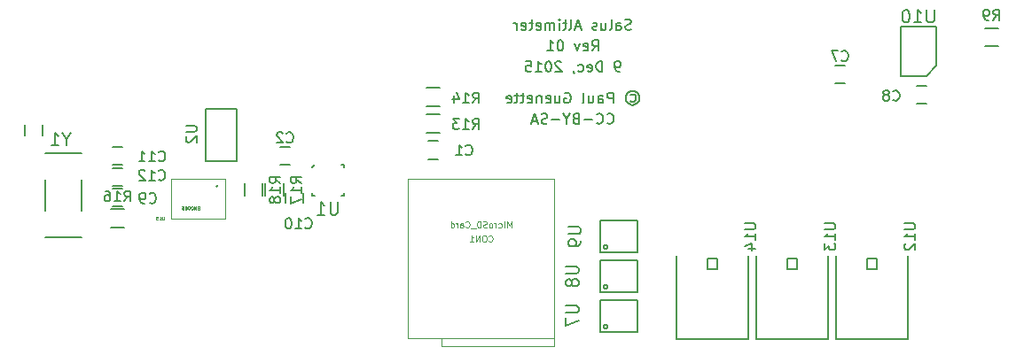
<source format=gbr>
G04 #@! TF.FileFunction,Legend,Bot*
%FSLAX46Y46*%
G04 Gerber Fmt 4.6, Leading zero omitted, Abs format (unit mm)*
G04 Created by KiCad (PCBNEW 4.0.1-stable) date 3/12/2016 5:35:57 PM*
%MOMM*%
G01*
G04 APERTURE LIST*
%ADD10C,0.100000*%
%ADD11C,0.200000*%
%ADD12C,0.150000*%
%ADD13C,0.010000*%
%ADD14C,0.010160*%
%ADD15C,0.075000*%
%ADD16C,0.124460*%
G04 APERTURE END LIST*
D10*
D11*
X135771430Y-96404762D02*
X135628573Y-96452381D01*
X135390477Y-96452381D01*
X135295239Y-96404762D01*
X135247620Y-96357143D01*
X135200001Y-96261905D01*
X135200001Y-96166667D01*
X135247620Y-96071429D01*
X135295239Y-96023810D01*
X135390477Y-95976190D01*
X135580954Y-95928571D01*
X135676192Y-95880952D01*
X135723811Y-95833333D01*
X135771430Y-95738095D01*
X135771430Y-95642857D01*
X135723811Y-95547619D01*
X135676192Y-95500000D01*
X135580954Y-95452381D01*
X135342858Y-95452381D01*
X135200001Y-95500000D01*
X134342858Y-96452381D02*
X134342858Y-95928571D01*
X134390477Y-95833333D01*
X134485715Y-95785714D01*
X134676192Y-95785714D01*
X134771430Y-95833333D01*
X134342858Y-96404762D02*
X134438096Y-96452381D01*
X134676192Y-96452381D01*
X134771430Y-96404762D01*
X134819049Y-96309524D01*
X134819049Y-96214286D01*
X134771430Y-96119048D01*
X134676192Y-96071429D01*
X134438096Y-96071429D01*
X134342858Y-96023810D01*
X133723811Y-96452381D02*
X133819049Y-96404762D01*
X133866668Y-96309524D01*
X133866668Y-95452381D01*
X132914286Y-95785714D02*
X132914286Y-96452381D01*
X133342858Y-95785714D02*
X133342858Y-96309524D01*
X133295239Y-96404762D01*
X133200001Y-96452381D01*
X133057143Y-96452381D01*
X132961905Y-96404762D01*
X132914286Y-96357143D01*
X132485715Y-96404762D02*
X132390477Y-96452381D01*
X132200001Y-96452381D01*
X132104762Y-96404762D01*
X132057143Y-96309524D01*
X132057143Y-96261905D01*
X132104762Y-96166667D01*
X132200001Y-96119048D01*
X132342858Y-96119048D01*
X132438096Y-96071429D01*
X132485715Y-95976190D01*
X132485715Y-95928571D01*
X132438096Y-95833333D01*
X132342858Y-95785714D01*
X132200001Y-95785714D01*
X132104762Y-95833333D01*
X130914286Y-96166667D02*
X130438095Y-96166667D01*
X131009524Y-96452381D02*
X130676191Y-95452381D01*
X130342857Y-96452381D01*
X129866667Y-96452381D02*
X129961905Y-96404762D01*
X130009524Y-96309524D01*
X130009524Y-95452381D01*
X129628571Y-95785714D02*
X129247619Y-95785714D01*
X129485714Y-95452381D02*
X129485714Y-96309524D01*
X129438095Y-96404762D01*
X129342857Y-96452381D01*
X129247619Y-96452381D01*
X128914285Y-96452381D02*
X128914285Y-95785714D01*
X128914285Y-95452381D02*
X128961904Y-95500000D01*
X128914285Y-95547619D01*
X128866666Y-95500000D01*
X128914285Y-95452381D01*
X128914285Y-95547619D01*
X128438095Y-96452381D02*
X128438095Y-95785714D01*
X128438095Y-95880952D02*
X128390476Y-95833333D01*
X128295238Y-95785714D01*
X128152380Y-95785714D01*
X128057142Y-95833333D01*
X128009523Y-95928571D01*
X128009523Y-96452381D01*
X128009523Y-95928571D02*
X127961904Y-95833333D01*
X127866666Y-95785714D01*
X127723809Y-95785714D01*
X127628571Y-95833333D01*
X127580952Y-95928571D01*
X127580952Y-96452381D01*
X126723809Y-96404762D02*
X126819047Y-96452381D01*
X127009524Y-96452381D01*
X127104762Y-96404762D01*
X127152381Y-96309524D01*
X127152381Y-95928571D01*
X127104762Y-95833333D01*
X127009524Y-95785714D01*
X126819047Y-95785714D01*
X126723809Y-95833333D01*
X126676190Y-95928571D01*
X126676190Y-96023810D01*
X127152381Y-96119048D01*
X126390476Y-95785714D02*
X126009524Y-95785714D01*
X126247619Y-95452381D02*
X126247619Y-96309524D01*
X126200000Y-96404762D01*
X126104762Y-96452381D01*
X126009524Y-96452381D01*
X125295237Y-96404762D02*
X125390475Y-96452381D01*
X125580952Y-96452381D01*
X125676190Y-96404762D01*
X125723809Y-96309524D01*
X125723809Y-95928571D01*
X125676190Y-95833333D01*
X125580952Y-95785714D01*
X125390475Y-95785714D01*
X125295237Y-95833333D01*
X125247618Y-95928571D01*
X125247618Y-96023810D01*
X125723809Y-96119048D01*
X124819047Y-96452381D02*
X124819047Y-95785714D01*
X124819047Y-95976190D02*
X124771428Y-95880952D01*
X124723809Y-95833333D01*
X124628571Y-95785714D01*
X124533332Y-95785714D01*
X133461904Y-105357143D02*
X133509523Y-105404762D01*
X133652380Y-105452381D01*
X133747618Y-105452381D01*
X133890476Y-105404762D01*
X133985714Y-105309524D01*
X134033333Y-105214286D01*
X134080952Y-105023810D01*
X134080952Y-104880952D01*
X134033333Y-104690476D01*
X133985714Y-104595238D01*
X133890476Y-104500000D01*
X133747618Y-104452381D01*
X133652380Y-104452381D01*
X133509523Y-104500000D01*
X133461904Y-104547619D01*
X132461904Y-105357143D02*
X132509523Y-105404762D01*
X132652380Y-105452381D01*
X132747618Y-105452381D01*
X132890476Y-105404762D01*
X132985714Y-105309524D01*
X133033333Y-105214286D01*
X133080952Y-105023810D01*
X133080952Y-104880952D01*
X133033333Y-104690476D01*
X132985714Y-104595238D01*
X132890476Y-104500000D01*
X132747618Y-104452381D01*
X132652380Y-104452381D01*
X132509523Y-104500000D01*
X132461904Y-104547619D01*
X132033333Y-105071429D02*
X131271428Y-105071429D01*
X130461904Y-104928571D02*
X130319047Y-104976190D01*
X130271428Y-105023810D01*
X130223809Y-105119048D01*
X130223809Y-105261905D01*
X130271428Y-105357143D01*
X130319047Y-105404762D01*
X130414285Y-105452381D01*
X130795238Y-105452381D01*
X130795238Y-104452381D01*
X130461904Y-104452381D01*
X130366666Y-104500000D01*
X130319047Y-104547619D01*
X130271428Y-104642857D01*
X130271428Y-104738095D01*
X130319047Y-104833333D01*
X130366666Y-104880952D01*
X130461904Y-104928571D01*
X130795238Y-104928571D01*
X129604762Y-104976190D02*
X129604762Y-105452381D01*
X129938095Y-104452381D02*
X129604762Y-104976190D01*
X129271428Y-104452381D01*
X128938095Y-105071429D02*
X128176190Y-105071429D01*
X127747619Y-105404762D02*
X127604762Y-105452381D01*
X127366666Y-105452381D01*
X127271428Y-105404762D01*
X127223809Y-105357143D01*
X127176190Y-105261905D01*
X127176190Y-105166667D01*
X127223809Y-105071429D01*
X127271428Y-105023810D01*
X127366666Y-104976190D01*
X127557143Y-104928571D01*
X127652381Y-104880952D01*
X127700000Y-104833333D01*
X127747619Y-104738095D01*
X127747619Y-104642857D01*
X127700000Y-104547619D01*
X127652381Y-104500000D01*
X127557143Y-104452381D01*
X127319047Y-104452381D01*
X127176190Y-104500000D01*
X126795238Y-105166667D02*
X126319047Y-105166667D01*
X126890476Y-105452381D02*
X126557143Y-104452381D01*
X126223809Y-105452381D01*
X135700001Y-102690476D02*
X135795239Y-102642857D01*
X135985715Y-102642857D01*
X136080953Y-102690476D01*
X136176191Y-102785714D01*
X136223810Y-102880952D01*
X136223810Y-103071429D01*
X136176191Y-103166667D01*
X136080953Y-103261905D01*
X135985715Y-103309524D01*
X135795239Y-103309524D01*
X135700001Y-103261905D01*
X135890477Y-102309524D02*
X136128572Y-102357143D01*
X136366668Y-102500000D01*
X136509525Y-102738095D01*
X136557144Y-102976190D01*
X136509525Y-103214286D01*
X136366668Y-103452381D01*
X136128572Y-103595238D01*
X135890477Y-103642857D01*
X135652382Y-103595238D01*
X135414287Y-103452381D01*
X135271430Y-103214286D01*
X135223810Y-102976190D01*
X135271430Y-102738095D01*
X135414287Y-102500000D01*
X135652382Y-102357143D01*
X135890477Y-102309524D01*
X134033334Y-103452381D02*
X134033334Y-102452381D01*
X133652381Y-102452381D01*
X133557143Y-102500000D01*
X133509524Y-102547619D01*
X133461905Y-102642857D01*
X133461905Y-102785714D01*
X133509524Y-102880952D01*
X133557143Y-102928571D01*
X133652381Y-102976190D01*
X134033334Y-102976190D01*
X132604762Y-103452381D02*
X132604762Y-102928571D01*
X132652381Y-102833333D01*
X132747619Y-102785714D01*
X132938096Y-102785714D01*
X133033334Y-102833333D01*
X132604762Y-103404762D02*
X132700000Y-103452381D01*
X132938096Y-103452381D01*
X133033334Y-103404762D01*
X133080953Y-103309524D01*
X133080953Y-103214286D01*
X133033334Y-103119048D01*
X132938096Y-103071429D01*
X132700000Y-103071429D01*
X132604762Y-103023810D01*
X131700000Y-102785714D02*
X131700000Y-103452381D01*
X132128572Y-102785714D02*
X132128572Y-103309524D01*
X132080953Y-103404762D01*
X131985715Y-103452381D01*
X131842857Y-103452381D01*
X131747619Y-103404762D01*
X131700000Y-103357143D01*
X131080953Y-103452381D02*
X131176191Y-103404762D01*
X131223810Y-103309524D01*
X131223810Y-102452381D01*
X129414285Y-102500000D02*
X129509523Y-102452381D01*
X129652380Y-102452381D01*
X129795238Y-102500000D01*
X129890476Y-102595238D01*
X129938095Y-102690476D01*
X129985714Y-102880952D01*
X129985714Y-103023810D01*
X129938095Y-103214286D01*
X129890476Y-103309524D01*
X129795238Y-103404762D01*
X129652380Y-103452381D01*
X129557142Y-103452381D01*
X129414285Y-103404762D01*
X129366666Y-103357143D01*
X129366666Y-103023810D01*
X129557142Y-103023810D01*
X128509523Y-102785714D02*
X128509523Y-103452381D01*
X128938095Y-102785714D02*
X128938095Y-103309524D01*
X128890476Y-103404762D01*
X128795238Y-103452381D01*
X128652380Y-103452381D01*
X128557142Y-103404762D01*
X128509523Y-103357143D01*
X127652380Y-103404762D02*
X127747618Y-103452381D01*
X127938095Y-103452381D01*
X128033333Y-103404762D01*
X128080952Y-103309524D01*
X128080952Y-102928571D01*
X128033333Y-102833333D01*
X127938095Y-102785714D01*
X127747618Y-102785714D01*
X127652380Y-102833333D01*
X127604761Y-102928571D01*
X127604761Y-103023810D01*
X128080952Y-103119048D01*
X127176190Y-102785714D02*
X127176190Y-103452381D01*
X127176190Y-102880952D02*
X127128571Y-102833333D01*
X127033333Y-102785714D01*
X126890475Y-102785714D01*
X126795237Y-102833333D01*
X126747618Y-102928571D01*
X126747618Y-103452381D01*
X125890475Y-103404762D02*
X125985713Y-103452381D01*
X126176190Y-103452381D01*
X126271428Y-103404762D01*
X126319047Y-103309524D01*
X126319047Y-102928571D01*
X126271428Y-102833333D01*
X126176190Y-102785714D01*
X125985713Y-102785714D01*
X125890475Y-102833333D01*
X125842856Y-102928571D01*
X125842856Y-103023810D01*
X126319047Y-103119048D01*
X125557142Y-102785714D02*
X125176190Y-102785714D01*
X125414285Y-102452381D02*
X125414285Y-103309524D01*
X125366666Y-103404762D01*
X125271428Y-103452381D01*
X125176190Y-103452381D01*
X124985713Y-102785714D02*
X124604761Y-102785714D01*
X124842856Y-102452381D02*
X124842856Y-103309524D01*
X124795237Y-103404762D01*
X124699999Y-103452381D01*
X124604761Y-103452381D01*
X123890474Y-103404762D02*
X123985712Y-103452381D01*
X124176189Y-103452381D01*
X124271427Y-103404762D01*
X124319046Y-103309524D01*
X124319046Y-102928571D01*
X124271427Y-102833333D01*
X124176189Y-102785714D01*
X123985712Y-102785714D01*
X123890474Y-102833333D01*
X123842855Y-102928571D01*
X123842855Y-103023810D01*
X124319046Y-103119048D01*
X134652381Y-100452381D02*
X134461905Y-100452381D01*
X134366666Y-100404762D01*
X134319047Y-100357143D01*
X134223809Y-100214286D01*
X134176190Y-100023810D01*
X134176190Y-99642857D01*
X134223809Y-99547619D01*
X134271428Y-99500000D01*
X134366666Y-99452381D01*
X134557143Y-99452381D01*
X134652381Y-99500000D01*
X134700000Y-99547619D01*
X134747619Y-99642857D01*
X134747619Y-99880952D01*
X134700000Y-99976190D01*
X134652381Y-100023810D01*
X134557143Y-100071429D01*
X134366666Y-100071429D01*
X134271428Y-100023810D01*
X134223809Y-99976190D01*
X134176190Y-99880952D01*
X132985714Y-100452381D02*
X132985714Y-99452381D01*
X132747619Y-99452381D01*
X132604761Y-99500000D01*
X132509523Y-99595238D01*
X132461904Y-99690476D01*
X132414285Y-99880952D01*
X132414285Y-100023810D01*
X132461904Y-100214286D01*
X132509523Y-100309524D01*
X132604761Y-100404762D01*
X132747619Y-100452381D01*
X132985714Y-100452381D01*
X131604761Y-100404762D02*
X131699999Y-100452381D01*
X131890476Y-100452381D01*
X131985714Y-100404762D01*
X132033333Y-100309524D01*
X132033333Y-99928571D01*
X131985714Y-99833333D01*
X131890476Y-99785714D01*
X131699999Y-99785714D01*
X131604761Y-99833333D01*
X131557142Y-99928571D01*
X131557142Y-100023810D01*
X132033333Y-100119048D01*
X130699999Y-100404762D02*
X130795237Y-100452381D01*
X130985714Y-100452381D01*
X131080952Y-100404762D01*
X131128571Y-100357143D01*
X131176190Y-100261905D01*
X131176190Y-99976190D01*
X131128571Y-99880952D01*
X131080952Y-99833333D01*
X130985714Y-99785714D01*
X130795237Y-99785714D01*
X130699999Y-99833333D01*
X130223809Y-100404762D02*
X130223809Y-100452381D01*
X130271428Y-100547619D01*
X130319047Y-100595238D01*
X129080952Y-99547619D02*
X129033333Y-99500000D01*
X128938095Y-99452381D01*
X128699999Y-99452381D01*
X128604761Y-99500000D01*
X128557142Y-99547619D01*
X128509523Y-99642857D01*
X128509523Y-99738095D01*
X128557142Y-99880952D01*
X129128571Y-100452381D01*
X128509523Y-100452381D01*
X127890476Y-99452381D02*
X127795237Y-99452381D01*
X127699999Y-99500000D01*
X127652380Y-99547619D01*
X127604761Y-99642857D01*
X127557142Y-99833333D01*
X127557142Y-100071429D01*
X127604761Y-100261905D01*
X127652380Y-100357143D01*
X127699999Y-100404762D01*
X127795237Y-100452381D01*
X127890476Y-100452381D01*
X127985714Y-100404762D01*
X128033333Y-100357143D01*
X128080952Y-100261905D01*
X128128571Y-100071429D01*
X128128571Y-99833333D01*
X128080952Y-99642857D01*
X128033333Y-99547619D01*
X127985714Y-99500000D01*
X127890476Y-99452381D01*
X126604761Y-100452381D02*
X127176190Y-100452381D01*
X126890476Y-100452381D02*
X126890476Y-99452381D01*
X126985714Y-99595238D01*
X127080952Y-99690476D01*
X127176190Y-99738095D01*
X125699999Y-99452381D02*
X126176190Y-99452381D01*
X126223809Y-99928571D01*
X126176190Y-99880952D01*
X126080952Y-99833333D01*
X125842856Y-99833333D01*
X125747618Y-99880952D01*
X125699999Y-99928571D01*
X125652380Y-100023810D01*
X125652380Y-100261905D01*
X125699999Y-100357143D01*
X125747618Y-100404762D01*
X125842856Y-100452381D01*
X126080952Y-100452381D01*
X126176190Y-100404762D01*
X126223809Y-100357143D01*
X132033333Y-98452381D02*
X132366667Y-97976190D01*
X132604762Y-98452381D02*
X132604762Y-97452381D01*
X132223809Y-97452381D01*
X132128571Y-97500000D01*
X132080952Y-97547619D01*
X132033333Y-97642857D01*
X132033333Y-97785714D01*
X132080952Y-97880952D01*
X132128571Y-97928571D01*
X132223809Y-97976190D01*
X132604762Y-97976190D01*
X131223809Y-98404762D02*
X131319047Y-98452381D01*
X131509524Y-98452381D01*
X131604762Y-98404762D01*
X131652381Y-98309524D01*
X131652381Y-97928571D01*
X131604762Y-97833333D01*
X131509524Y-97785714D01*
X131319047Y-97785714D01*
X131223809Y-97833333D01*
X131176190Y-97928571D01*
X131176190Y-98023810D01*
X131652381Y-98119048D01*
X130842857Y-97785714D02*
X130604762Y-98452381D01*
X130366666Y-97785714D01*
X129033333Y-97452381D02*
X128938094Y-97452381D01*
X128842856Y-97500000D01*
X128795237Y-97547619D01*
X128747618Y-97642857D01*
X128699999Y-97833333D01*
X128699999Y-98071429D01*
X128747618Y-98261905D01*
X128795237Y-98357143D01*
X128842856Y-98404762D01*
X128938094Y-98452381D01*
X129033333Y-98452381D01*
X129128571Y-98404762D01*
X129176190Y-98357143D01*
X129223809Y-98261905D01*
X129271428Y-98071429D01*
X129271428Y-97833333D01*
X129223809Y-97642857D01*
X129176190Y-97547619D01*
X129128571Y-97500000D01*
X129033333Y-97452381D01*
X127747618Y-98452381D02*
X128319047Y-98452381D01*
X128033333Y-98452381D02*
X128033333Y-97452381D01*
X128128571Y-97595238D01*
X128223809Y-97690476D01*
X128319047Y-97738095D01*
D12*
X155200000Y-99850000D02*
X156200000Y-99850000D01*
X156200000Y-101550000D02*
X155200000Y-101550000D01*
D13*
X96300000Y-111400000D02*
G75*
G03X96300000Y-111400000I-100000J0D01*
G01*
X97000000Y-110700000D02*
X91800000Y-110700000D01*
X91800000Y-110700000D02*
X91800000Y-114500000D01*
X91800000Y-114500000D02*
X97000000Y-114500000D01*
X97000000Y-114500000D02*
X97000000Y-110700000D01*
D12*
X105550000Y-109350000D02*
X105300000Y-109600000D01*
X105300000Y-112100000D02*
X105300000Y-112350000D01*
X105300000Y-112350000D02*
X105550000Y-112350000D01*
X108300000Y-109600000D02*
X108300000Y-109350000D01*
X108300000Y-109350000D02*
X108050000Y-109350000D01*
X108300000Y-112100000D02*
X108300000Y-112350000D01*
X108300000Y-112350000D02*
X108050000Y-112350000D01*
X98104000Y-109043000D02*
X98104000Y-104043000D01*
X95104000Y-109043000D02*
X98104000Y-109043000D01*
X95104000Y-104043000D02*
X95104000Y-109043000D01*
X98104000Y-104043000D02*
X95104000Y-104043000D01*
X132820000Y-125325000D02*
X136370000Y-125325000D01*
X132820000Y-122325000D02*
X132820000Y-125325000D01*
X136370000Y-122325000D02*
X132820000Y-122325000D01*
X136370000Y-125325000D02*
X136370000Y-122325000D01*
X133520000Y-124825000D02*
G75*
G03X133520000Y-124825000I-200000J0D01*
G01*
X132820000Y-121515000D02*
X136370000Y-121515000D01*
X132820000Y-118515000D02*
X132820000Y-121515000D01*
X136370000Y-118515000D02*
X132820000Y-118515000D01*
X136370000Y-121515000D02*
X136370000Y-118515000D01*
X133520000Y-121015000D02*
G75*
G03X133520000Y-121015000I-200000J0D01*
G01*
X132820000Y-117705000D02*
X136370000Y-117705000D01*
X132820000Y-114705000D02*
X132820000Y-117705000D01*
X136370000Y-114705000D02*
X132820000Y-114705000D01*
X136370000Y-117705000D02*
X136370000Y-114705000D01*
X133520000Y-117205000D02*
G75*
G03X133520000Y-117205000I-200000J0D01*
G01*
X164920000Y-99900000D02*
X163920000Y-100900000D01*
X163920000Y-100900000D02*
X161470000Y-100900000D01*
X161470000Y-100900000D02*
X161470000Y-96100000D01*
X161470000Y-96100000D02*
X164920000Y-96100000D01*
X164920000Y-96100000D02*
X164920000Y-99900000D01*
X83280000Y-116268000D02*
X79780000Y-116268000D01*
X83280000Y-110768000D02*
X83280000Y-113768000D01*
X79780000Y-108268000D02*
X83280000Y-108268000D01*
X79780000Y-110768000D02*
X79780000Y-113768000D01*
X117340000Y-108800000D02*
X116340000Y-108800000D01*
X116340000Y-107100000D02*
X117340000Y-107100000D01*
X102200000Y-107650000D02*
X103200000Y-107650000D01*
X103200000Y-109350000D02*
X102200000Y-109350000D01*
X164000000Y-103550000D02*
X163000000Y-103550000D01*
X163000000Y-101850000D02*
X164000000Y-101850000D01*
X87200000Y-113350000D02*
X86200000Y-113350000D01*
X86200000Y-111650000D02*
X87200000Y-111650000D01*
X102750000Y-113022000D02*
X102750000Y-112022000D01*
X104450000Y-112022000D02*
X104450000Y-113022000D01*
X87200000Y-109350000D02*
X86200000Y-109350000D01*
X86200000Y-107650000D02*
X87200000Y-107650000D01*
X87200000Y-111350000D02*
X86200000Y-111350000D01*
X86200000Y-109650000D02*
X87200000Y-109650000D01*
X77890000Y-106545000D02*
X77890000Y-105545000D01*
X79590000Y-105545000D02*
X79590000Y-106545000D01*
X169580000Y-98030000D02*
X170780000Y-98030000D01*
X170780000Y-96280000D02*
X169580000Y-96280000D01*
X117440000Y-101995000D02*
X116240000Y-101995000D01*
X116240000Y-103745000D02*
X117440000Y-103745000D01*
X116240000Y-106285000D02*
X117440000Y-106285000D01*
X117440000Y-104535000D02*
X116240000Y-104535000D01*
X86100000Y-115375000D02*
X87300000Y-115375000D01*
X87300000Y-113625000D02*
X86100000Y-113625000D01*
X100825000Y-111150000D02*
X100825000Y-112350000D01*
X102575000Y-112350000D02*
X102575000Y-111150000D01*
X98825000Y-111150000D02*
X98825000Y-112350000D01*
X100575000Y-112350000D02*
X100575000Y-111150000D01*
X150630000Y-118305000D02*
X150630000Y-119305000D01*
X151630000Y-118305000D02*
X150630000Y-118305000D01*
X151630000Y-119305000D02*
X151630000Y-118305000D01*
X150630000Y-119305000D02*
X151630000Y-119305000D01*
X154559000Y-124175000D02*
X154559000Y-118079000D01*
X147701000Y-118079000D02*
X147701000Y-125953000D01*
X147701000Y-126055000D02*
X154559000Y-126055000D01*
X154559000Y-125953000D02*
X154559000Y-124175000D01*
X158250000Y-118305000D02*
X158250000Y-119305000D01*
X159250000Y-118305000D02*
X158250000Y-118305000D01*
X159250000Y-119305000D02*
X159250000Y-118305000D01*
X158250000Y-119305000D02*
X159250000Y-119305000D01*
X162179000Y-124175000D02*
X162179000Y-118079000D01*
X155321000Y-118079000D02*
X155321000Y-125953000D01*
X155321000Y-126055000D02*
X162179000Y-126055000D01*
X162179000Y-125953000D02*
X162179000Y-124175000D01*
X143010000Y-118305000D02*
X143010000Y-119305000D01*
X144010000Y-118305000D02*
X143010000Y-118305000D01*
X144010000Y-119305000D02*
X144010000Y-118305000D01*
X143010000Y-119305000D02*
X144010000Y-119305000D01*
X146939000Y-124175000D02*
X146939000Y-118079000D01*
X140081000Y-118079000D02*
X140081000Y-125953000D01*
X140081000Y-126055000D02*
X146939000Y-126055000D01*
X146939000Y-125953000D02*
X146939000Y-124175000D01*
D14*
X117640000Y-125940000D02*
X117640000Y-126740000D01*
X117640000Y-126740000D02*
X128440000Y-126740000D01*
X128440000Y-126740000D02*
X128440000Y-125940000D01*
X114440000Y-110740000D02*
X114440000Y-125940000D01*
X114440000Y-125940000D02*
X128440000Y-125940000D01*
X128440000Y-125940000D02*
X128440000Y-110740000D01*
X128440000Y-110740000D02*
X114440000Y-110740000D01*
D12*
X155866666Y-99357143D02*
X155914285Y-99404762D01*
X156057142Y-99452381D01*
X156152380Y-99452381D01*
X156295238Y-99404762D01*
X156390476Y-99309524D01*
X156438095Y-99214286D01*
X156485714Y-99023810D01*
X156485714Y-98880952D01*
X156438095Y-98690476D01*
X156390476Y-98595238D01*
X156295238Y-98500000D01*
X156152380Y-98452381D01*
X156057142Y-98452381D01*
X155914285Y-98500000D01*
X155866666Y-98547619D01*
X155533333Y-98452381D02*
X154866666Y-98452381D01*
X155295238Y-99452381D01*
D15*
X91161428Y-114318214D02*
X91161428Y-114561071D01*
X91147143Y-114589643D01*
X91132857Y-114603929D01*
X91104286Y-114618214D01*
X91047143Y-114618214D01*
X91018571Y-114603929D01*
X91004286Y-114589643D01*
X90990000Y-114561071D01*
X90990000Y-114318214D01*
X90690000Y-114618214D02*
X90861428Y-114618214D01*
X90775714Y-114618214D02*
X90775714Y-114318214D01*
X90804285Y-114361071D01*
X90832857Y-114389643D01*
X90861428Y-114403929D01*
X90418571Y-114318214D02*
X90561428Y-114318214D01*
X90575714Y-114461071D01*
X90561428Y-114446786D01*
X90532857Y-114432500D01*
X90461428Y-114432500D01*
X90432857Y-114446786D01*
X90418571Y-114461071D01*
X90404286Y-114489643D01*
X90404286Y-114561071D01*
X90418571Y-114589643D01*
X90432857Y-114603929D01*
X90461428Y-114618214D01*
X90532857Y-114618214D01*
X90561428Y-114603929D01*
X90575714Y-114589643D01*
X94421428Y-113478571D02*
X94378571Y-113492857D01*
X94364286Y-113507143D01*
X94350000Y-113535714D01*
X94350000Y-113578571D01*
X94364286Y-113607143D01*
X94378571Y-113621429D01*
X94407143Y-113635714D01*
X94521428Y-113635714D01*
X94521428Y-113335714D01*
X94421428Y-113335714D01*
X94392857Y-113350000D01*
X94378571Y-113364286D01*
X94364286Y-113392857D01*
X94364286Y-113421429D01*
X94378571Y-113450000D01*
X94392857Y-113464286D01*
X94421428Y-113478571D01*
X94521428Y-113478571D01*
X94221428Y-113635714D02*
X94221428Y-113335714D01*
X94050000Y-113635714D01*
X94050000Y-113335714D01*
X93850000Y-113335714D02*
X93792857Y-113335714D01*
X93764285Y-113350000D01*
X93735714Y-113378571D01*
X93721428Y-113435714D01*
X93721428Y-113535714D01*
X93735714Y-113592857D01*
X93764285Y-113621429D01*
X93792857Y-113635714D01*
X93850000Y-113635714D01*
X93878571Y-113621429D01*
X93907142Y-113592857D01*
X93921428Y-113535714D01*
X93921428Y-113435714D01*
X93907142Y-113378571D01*
X93878571Y-113350000D01*
X93850000Y-113335714D01*
X93535714Y-113335714D02*
X93507142Y-113335714D01*
X93478571Y-113350000D01*
X93464285Y-113364286D01*
X93449999Y-113392857D01*
X93435714Y-113450000D01*
X93435714Y-113521429D01*
X93449999Y-113578571D01*
X93464285Y-113607143D01*
X93478571Y-113621429D01*
X93507142Y-113635714D01*
X93535714Y-113635714D01*
X93564285Y-113621429D01*
X93578571Y-113607143D01*
X93592856Y-113578571D01*
X93607142Y-113521429D01*
X93607142Y-113450000D01*
X93592856Y-113392857D01*
X93578571Y-113364286D01*
X93564285Y-113350000D01*
X93535714Y-113335714D01*
X93164285Y-113335714D02*
X93307142Y-113335714D01*
X93321428Y-113478571D01*
X93307142Y-113464286D01*
X93278571Y-113450000D01*
X93207142Y-113450000D01*
X93178571Y-113464286D01*
X93164285Y-113478571D01*
X93150000Y-113507143D01*
X93150000Y-113578571D01*
X93164285Y-113607143D01*
X93178571Y-113621429D01*
X93207142Y-113635714D01*
X93278571Y-113635714D01*
X93307142Y-113621429D01*
X93321428Y-113607143D01*
X92878571Y-113335714D02*
X93021428Y-113335714D01*
X93035714Y-113478571D01*
X93021428Y-113464286D01*
X92992857Y-113450000D01*
X92921428Y-113450000D01*
X92892857Y-113464286D01*
X92878571Y-113478571D01*
X92864286Y-113507143D01*
X92864286Y-113578571D01*
X92878571Y-113607143D01*
X92892857Y-113621429D01*
X92921428Y-113635714D01*
X92992857Y-113635714D01*
X93021428Y-113621429D01*
X93035714Y-113607143D01*
D12*
X107714286Y-112942857D02*
X107714286Y-113914286D01*
X107657143Y-114028571D01*
X107600000Y-114085714D01*
X107485714Y-114142857D01*
X107257143Y-114142857D01*
X107142857Y-114085714D01*
X107085714Y-114028571D01*
X107028571Y-113914286D01*
X107028571Y-112942857D01*
X105828571Y-114142857D02*
X106514286Y-114142857D01*
X106171428Y-114142857D02*
X106171428Y-112942857D01*
X106285714Y-113114286D01*
X106400000Y-113228571D01*
X106514286Y-113285714D01*
X93252381Y-105638095D02*
X94061905Y-105638095D01*
X94157143Y-105685714D01*
X94204762Y-105733333D01*
X94252381Y-105828571D01*
X94252381Y-106019048D01*
X94204762Y-106114286D01*
X94157143Y-106161905D01*
X94061905Y-106209524D01*
X93252381Y-106209524D01*
X93347619Y-106638095D02*
X93300000Y-106685714D01*
X93252381Y-106780952D01*
X93252381Y-107019048D01*
X93300000Y-107114286D01*
X93347619Y-107161905D01*
X93442857Y-107209524D01*
X93538095Y-107209524D01*
X93680952Y-107161905D01*
X94252381Y-106590476D01*
X94252381Y-107209524D01*
X129542857Y-122835714D02*
X130514286Y-122835714D01*
X130628571Y-122892857D01*
X130685714Y-122950000D01*
X130742857Y-123064286D01*
X130742857Y-123292857D01*
X130685714Y-123407143D01*
X130628571Y-123464286D01*
X130514286Y-123521429D01*
X129542857Y-123521429D01*
X129542857Y-123978572D02*
X129542857Y-124778572D01*
X130742857Y-124264286D01*
X129542857Y-119085714D02*
X130514286Y-119085714D01*
X130628571Y-119142857D01*
X130685714Y-119200000D01*
X130742857Y-119314286D01*
X130742857Y-119542857D01*
X130685714Y-119657143D01*
X130628571Y-119714286D01*
X130514286Y-119771429D01*
X129542857Y-119771429D01*
X130057143Y-120514286D02*
X130000000Y-120400000D01*
X129942857Y-120342857D01*
X129828571Y-120285714D01*
X129771429Y-120285714D01*
X129657143Y-120342857D01*
X129600000Y-120400000D01*
X129542857Y-120514286D01*
X129542857Y-120742857D01*
X129600000Y-120857143D01*
X129657143Y-120914286D01*
X129771429Y-120971429D01*
X129828571Y-120971429D01*
X129942857Y-120914286D01*
X130000000Y-120857143D01*
X130057143Y-120742857D01*
X130057143Y-120514286D01*
X130114286Y-120400000D01*
X130171429Y-120342857D01*
X130285714Y-120285714D01*
X130514286Y-120285714D01*
X130628571Y-120342857D01*
X130685714Y-120400000D01*
X130742857Y-120514286D01*
X130742857Y-120742857D01*
X130685714Y-120857143D01*
X130628571Y-120914286D01*
X130514286Y-120971429D01*
X130285714Y-120971429D01*
X130171429Y-120914286D01*
X130114286Y-120857143D01*
X130057143Y-120742857D01*
X129742857Y-115285714D02*
X130714286Y-115285714D01*
X130828571Y-115342857D01*
X130885714Y-115400000D01*
X130942857Y-115514286D01*
X130942857Y-115742857D01*
X130885714Y-115857143D01*
X130828571Y-115914286D01*
X130714286Y-115971429D01*
X129742857Y-115971429D01*
X130942857Y-116600000D02*
X130942857Y-116828572D01*
X130885714Y-116942857D01*
X130828571Y-117000000D01*
X130657143Y-117114286D01*
X130428571Y-117171429D01*
X129971429Y-117171429D01*
X129857143Y-117114286D01*
X129800000Y-117057143D01*
X129742857Y-116942857D01*
X129742857Y-116714286D01*
X129800000Y-116600000D01*
X129857143Y-116542857D01*
X129971429Y-116485714D01*
X130257143Y-116485714D01*
X130371429Y-116542857D01*
X130428571Y-116600000D01*
X130485714Y-116714286D01*
X130485714Y-116942857D01*
X130428571Y-117057143D01*
X130371429Y-117114286D01*
X130257143Y-117171429D01*
X164685714Y-94542857D02*
X164685714Y-95514286D01*
X164628571Y-95628571D01*
X164571428Y-95685714D01*
X164457142Y-95742857D01*
X164228571Y-95742857D01*
X164114285Y-95685714D01*
X164057142Y-95628571D01*
X163999999Y-95514286D01*
X163999999Y-94542857D01*
X162799999Y-95742857D02*
X163485714Y-95742857D01*
X163142856Y-95742857D02*
X163142856Y-94542857D01*
X163257142Y-94714286D01*
X163371428Y-94828571D01*
X163485714Y-94885714D01*
X162057142Y-94542857D02*
X161942857Y-94542857D01*
X161828571Y-94600000D01*
X161771428Y-94657143D01*
X161714285Y-94771429D01*
X161657142Y-95000000D01*
X161657142Y-95285714D01*
X161714285Y-95514286D01*
X161771428Y-95628571D01*
X161828571Y-95685714D01*
X161942857Y-95742857D01*
X162057142Y-95742857D01*
X162171428Y-95685714D01*
X162228571Y-95628571D01*
X162285714Y-95514286D01*
X162342857Y-95285714D01*
X162342857Y-95000000D01*
X162285714Y-94771429D01*
X162228571Y-94657143D01*
X162171428Y-94600000D01*
X162057142Y-94542857D01*
X81851428Y-106889429D02*
X81851428Y-107460857D01*
X82251428Y-106260857D02*
X81851428Y-106889429D01*
X81451428Y-106260857D01*
X80422857Y-107460857D02*
X81108572Y-107460857D01*
X80765714Y-107460857D02*
X80765714Y-106260857D01*
X80880000Y-106432286D01*
X80994286Y-106546571D01*
X81108572Y-106603714D01*
X119966666Y-108357143D02*
X120014285Y-108404762D01*
X120157142Y-108452381D01*
X120252380Y-108452381D01*
X120395238Y-108404762D01*
X120490476Y-108309524D01*
X120538095Y-108214286D01*
X120585714Y-108023810D01*
X120585714Y-107880952D01*
X120538095Y-107690476D01*
X120490476Y-107595238D01*
X120395238Y-107500000D01*
X120252380Y-107452381D01*
X120157142Y-107452381D01*
X120014285Y-107500000D01*
X119966666Y-107547619D01*
X119014285Y-108452381D02*
X119585714Y-108452381D01*
X119300000Y-108452381D02*
X119300000Y-107452381D01*
X119395238Y-107595238D01*
X119490476Y-107690476D01*
X119585714Y-107738095D01*
X102866666Y-107157143D02*
X102914285Y-107204762D01*
X103057142Y-107252381D01*
X103152380Y-107252381D01*
X103295238Y-107204762D01*
X103390476Y-107109524D01*
X103438095Y-107014286D01*
X103485714Y-106823810D01*
X103485714Y-106680952D01*
X103438095Y-106490476D01*
X103390476Y-106395238D01*
X103295238Y-106300000D01*
X103152380Y-106252381D01*
X103057142Y-106252381D01*
X102914285Y-106300000D01*
X102866666Y-106347619D01*
X102485714Y-106347619D02*
X102438095Y-106300000D01*
X102342857Y-106252381D01*
X102104761Y-106252381D01*
X102009523Y-106300000D01*
X101961904Y-106347619D01*
X101914285Y-106442857D01*
X101914285Y-106538095D01*
X101961904Y-106680952D01*
X102533333Y-107252381D01*
X101914285Y-107252381D01*
X160766666Y-103157143D02*
X160814285Y-103204762D01*
X160957142Y-103252381D01*
X161052380Y-103252381D01*
X161195238Y-103204762D01*
X161290476Y-103109524D01*
X161338095Y-103014286D01*
X161385714Y-102823810D01*
X161385714Y-102680952D01*
X161338095Y-102490476D01*
X161290476Y-102395238D01*
X161195238Y-102300000D01*
X161052380Y-102252381D01*
X160957142Y-102252381D01*
X160814285Y-102300000D01*
X160766666Y-102347619D01*
X160195238Y-102680952D02*
X160290476Y-102633333D01*
X160338095Y-102585714D01*
X160385714Y-102490476D01*
X160385714Y-102442857D01*
X160338095Y-102347619D01*
X160290476Y-102300000D01*
X160195238Y-102252381D01*
X160004761Y-102252381D01*
X159909523Y-102300000D01*
X159861904Y-102347619D01*
X159814285Y-102442857D01*
X159814285Y-102490476D01*
X159861904Y-102585714D01*
X159909523Y-102633333D01*
X160004761Y-102680952D01*
X160195238Y-102680952D01*
X160290476Y-102728571D01*
X160338095Y-102776190D01*
X160385714Y-102871429D01*
X160385714Y-103061905D01*
X160338095Y-103157143D01*
X160290476Y-103204762D01*
X160195238Y-103252381D01*
X160004761Y-103252381D01*
X159909523Y-103204762D01*
X159861904Y-103157143D01*
X159814285Y-103061905D01*
X159814285Y-102871429D01*
X159861904Y-102776190D01*
X159909523Y-102728571D01*
X160004761Y-102680952D01*
X89766666Y-112957143D02*
X89814285Y-113004762D01*
X89957142Y-113052381D01*
X90052380Y-113052381D01*
X90195238Y-113004762D01*
X90290476Y-112909524D01*
X90338095Y-112814286D01*
X90385714Y-112623810D01*
X90385714Y-112480952D01*
X90338095Y-112290476D01*
X90290476Y-112195238D01*
X90195238Y-112100000D01*
X90052380Y-112052381D01*
X89957142Y-112052381D01*
X89814285Y-112100000D01*
X89766666Y-112147619D01*
X89290476Y-113052381D02*
X89100000Y-113052381D01*
X89004761Y-113004762D01*
X88957142Y-112957143D01*
X88861904Y-112814286D01*
X88814285Y-112623810D01*
X88814285Y-112242857D01*
X88861904Y-112147619D01*
X88909523Y-112100000D01*
X89004761Y-112052381D01*
X89195238Y-112052381D01*
X89290476Y-112100000D01*
X89338095Y-112147619D01*
X89385714Y-112242857D01*
X89385714Y-112480952D01*
X89338095Y-112576190D01*
X89290476Y-112623810D01*
X89195238Y-112671429D01*
X89004761Y-112671429D01*
X88909523Y-112623810D01*
X88861904Y-112576190D01*
X88814285Y-112480952D01*
X104642857Y-115357143D02*
X104690476Y-115404762D01*
X104833333Y-115452381D01*
X104928571Y-115452381D01*
X105071429Y-115404762D01*
X105166667Y-115309524D01*
X105214286Y-115214286D01*
X105261905Y-115023810D01*
X105261905Y-114880952D01*
X105214286Y-114690476D01*
X105166667Y-114595238D01*
X105071429Y-114500000D01*
X104928571Y-114452381D01*
X104833333Y-114452381D01*
X104690476Y-114500000D01*
X104642857Y-114547619D01*
X103690476Y-115452381D02*
X104261905Y-115452381D01*
X103976191Y-115452381D02*
X103976191Y-114452381D01*
X104071429Y-114595238D01*
X104166667Y-114690476D01*
X104261905Y-114738095D01*
X103071429Y-114452381D02*
X102976190Y-114452381D01*
X102880952Y-114500000D01*
X102833333Y-114547619D01*
X102785714Y-114642857D01*
X102738095Y-114833333D01*
X102738095Y-115071429D01*
X102785714Y-115261905D01*
X102833333Y-115357143D01*
X102880952Y-115404762D01*
X102976190Y-115452381D01*
X103071429Y-115452381D01*
X103166667Y-115404762D01*
X103214286Y-115357143D01*
X103261905Y-115261905D01*
X103309524Y-115071429D01*
X103309524Y-114833333D01*
X103261905Y-114642857D01*
X103214286Y-114547619D01*
X103166667Y-114500000D01*
X103071429Y-114452381D01*
X90642857Y-108957143D02*
X90690476Y-109004762D01*
X90833333Y-109052381D01*
X90928571Y-109052381D01*
X91071429Y-109004762D01*
X91166667Y-108909524D01*
X91214286Y-108814286D01*
X91261905Y-108623810D01*
X91261905Y-108480952D01*
X91214286Y-108290476D01*
X91166667Y-108195238D01*
X91071429Y-108100000D01*
X90928571Y-108052381D01*
X90833333Y-108052381D01*
X90690476Y-108100000D01*
X90642857Y-108147619D01*
X89690476Y-109052381D02*
X90261905Y-109052381D01*
X89976191Y-109052381D02*
X89976191Y-108052381D01*
X90071429Y-108195238D01*
X90166667Y-108290476D01*
X90261905Y-108338095D01*
X88738095Y-109052381D02*
X89309524Y-109052381D01*
X89023810Y-109052381D02*
X89023810Y-108052381D01*
X89119048Y-108195238D01*
X89214286Y-108290476D01*
X89309524Y-108338095D01*
X90642857Y-110757143D02*
X90690476Y-110804762D01*
X90833333Y-110852381D01*
X90928571Y-110852381D01*
X91071429Y-110804762D01*
X91166667Y-110709524D01*
X91214286Y-110614286D01*
X91261905Y-110423810D01*
X91261905Y-110280952D01*
X91214286Y-110090476D01*
X91166667Y-109995238D01*
X91071429Y-109900000D01*
X90928571Y-109852381D01*
X90833333Y-109852381D01*
X90690476Y-109900000D01*
X90642857Y-109947619D01*
X89690476Y-110852381D02*
X90261905Y-110852381D01*
X89976191Y-110852381D02*
X89976191Y-109852381D01*
X90071429Y-109995238D01*
X90166667Y-110090476D01*
X90261905Y-110138095D01*
X89309524Y-109947619D02*
X89261905Y-109900000D01*
X89166667Y-109852381D01*
X88928571Y-109852381D01*
X88833333Y-109900000D01*
X88785714Y-109947619D01*
X88738095Y-110042857D01*
X88738095Y-110138095D01*
X88785714Y-110280952D01*
X89357143Y-110852381D01*
X88738095Y-110852381D01*
X170346666Y-95507381D02*
X170680000Y-95031190D01*
X170918095Y-95507381D02*
X170918095Y-94507381D01*
X170537142Y-94507381D01*
X170441904Y-94555000D01*
X170394285Y-94602619D01*
X170346666Y-94697857D01*
X170346666Y-94840714D01*
X170394285Y-94935952D01*
X170441904Y-94983571D01*
X170537142Y-95031190D01*
X170918095Y-95031190D01*
X169870476Y-95507381D02*
X169680000Y-95507381D01*
X169584761Y-95459762D01*
X169537142Y-95412143D01*
X169441904Y-95269286D01*
X169394285Y-95078810D01*
X169394285Y-94697857D01*
X169441904Y-94602619D01*
X169489523Y-94555000D01*
X169584761Y-94507381D01*
X169775238Y-94507381D01*
X169870476Y-94555000D01*
X169918095Y-94602619D01*
X169965714Y-94697857D01*
X169965714Y-94935952D01*
X169918095Y-95031190D01*
X169870476Y-95078810D01*
X169775238Y-95126429D01*
X169584761Y-95126429D01*
X169489523Y-95078810D01*
X169441904Y-95031190D01*
X169394285Y-94935952D01*
X120642857Y-105952381D02*
X120976191Y-105476190D01*
X121214286Y-105952381D02*
X121214286Y-104952381D01*
X120833333Y-104952381D01*
X120738095Y-105000000D01*
X120690476Y-105047619D01*
X120642857Y-105142857D01*
X120642857Y-105285714D01*
X120690476Y-105380952D01*
X120738095Y-105428571D01*
X120833333Y-105476190D01*
X121214286Y-105476190D01*
X119690476Y-105952381D02*
X120261905Y-105952381D01*
X119976191Y-105952381D02*
X119976191Y-104952381D01*
X120071429Y-105095238D01*
X120166667Y-105190476D01*
X120261905Y-105238095D01*
X119357143Y-104952381D02*
X118738095Y-104952381D01*
X119071429Y-105333333D01*
X118928571Y-105333333D01*
X118833333Y-105380952D01*
X118785714Y-105428571D01*
X118738095Y-105523810D01*
X118738095Y-105761905D01*
X118785714Y-105857143D01*
X118833333Y-105904762D01*
X118928571Y-105952381D01*
X119214286Y-105952381D01*
X119309524Y-105904762D01*
X119357143Y-105857143D01*
X120642857Y-103452381D02*
X120976191Y-102976190D01*
X121214286Y-103452381D02*
X121214286Y-102452381D01*
X120833333Y-102452381D01*
X120738095Y-102500000D01*
X120690476Y-102547619D01*
X120642857Y-102642857D01*
X120642857Y-102785714D01*
X120690476Y-102880952D01*
X120738095Y-102928571D01*
X120833333Y-102976190D01*
X121214286Y-102976190D01*
X119690476Y-103452381D02*
X120261905Y-103452381D01*
X119976191Y-103452381D02*
X119976191Y-102452381D01*
X120071429Y-102595238D01*
X120166667Y-102690476D01*
X120261905Y-102738095D01*
X118833333Y-102785714D02*
X118833333Y-103452381D01*
X119071429Y-102404762D02*
X119309524Y-103119048D01*
X118690476Y-103119048D01*
X87342857Y-112852381D02*
X87676191Y-112376190D01*
X87914286Y-112852381D02*
X87914286Y-111852381D01*
X87533333Y-111852381D01*
X87438095Y-111900000D01*
X87390476Y-111947619D01*
X87342857Y-112042857D01*
X87342857Y-112185714D01*
X87390476Y-112280952D01*
X87438095Y-112328571D01*
X87533333Y-112376190D01*
X87914286Y-112376190D01*
X86390476Y-112852381D02*
X86961905Y-112852381D01*
X86676191Y-112852381D02*
X86676191Y-111852381D01*
X86771429Y-111995238D01*
X86866667Y-112090476D01*
X86961905Y-112138095D01*
X85533333Y-111852381D02*
X85723810Y-111852381D01*
X85819048Y-111900000D01*
X85866667Y-111947619D01*
X85961905Y-112090476D01*
X86009524Y-112280952D01*
X86009524Y-112661905D01*
X85961905Y-112757143D01*
X85914286Y-112804762D01*
X85819048Y-112852381D01*
X85628571Y-112852381D01*
X85533333Y-112804762D01*
X85485714Y-112757143D01*
X85438095Y-112661905D01*
X85438095Y-112423810D01*
X85485714Y-112328571D01*
X85533333Y-112280952D01*
X85628571Y-112233333D01*
X85819048Y-112233333D01*
X85914286Y-112280952D01*
X85961905Y-112328571D01*
X86009524Y-112423810D01*
X104252381Y-111107143D02*
X103776190Y-110773809D01*
X104252381Y-110535714D02*
X103252381Y-110535714D01*
X103252381Y-110916667D01*
X103300000Y-111011905D01*
X103347619Y-111059524D01*
X103442857Y-111107143D01*
X103585714Y-111107143D01*
X103680952Y-111059524D01*
X103728571Y-111011905D01*
X103776190Y-110916667D01*
X103776190Y-110535714D01*
X104252381Y-112059524D02*
X104252381Y-111488095D01*
X104252381Y-111773809D02*
X103252381Y-111773809D01*
X103395238Y-111678571D01*
X103490476Y-111583333D01*
X103538095Y-111488095D01*
X103252381Y-112392857D02*
X103252381Y-113059524D01*
X104252381Y-112630952D01*
X102252381Y-111107143D02*
X101776190Y-110773809D01*
X102252381Y-110535714D02*
X101252381Y-110535714D01*
X101252381Y-110916667D01*
X101300000Y-111011905D01*
X101347619Y-111059524D01*
X101442857Y-111107143D01*
X101585714Y-111107143D01*
X101680952Y-111059524D01*
X101728571Y-111011905D01*
X101776190Y-110916667D01*
X101776190Y-110535714D01*
X102252381Y-112059524D02*
X102252381Y-111488095D01*
X102252381Y-111773809D02*
X101252381Y-111773809D01*
X101395238Y-111678571D01*
X101490476Y-111583333D01*
X101538095Y-111488095D01*
X101680952Y-112630952D02*
X101633333Y-112535714D01*
X101585714Y-112488095D01*
X101490476Y-112440476D01*
X101442857Y-112440476D01*
X101347619Y-112488095D01*
X101300000Y-112535714D01*
X101252381Y-112630952D01*
X101252381Y-112821429D01*
X101300000Y-112916667D01*
X101347619Y-112964286D01*
X101442857Y-113011905D01*
X101490476Y-113011905D01*
X101585714Y-112964286D01*
X101633333Y-112916667D01*
X101680952Y-112821429D01*
X101680952Y-112630952D01*
X101728571Y-112535714D01*
X101776190Y-112488095D01*
X101871429Y-112440476D01*
X102061905Y-112440476D01*
X102157143Y-112488095D01*
X102204762Y-112535714D01*
X102252381Y-112630952D01*
X102252381Y-112821429D01*
X102204762Y-112916667D01*
X102157143Y-112964286D01*
X102061905Y-113011905D01*
X101871429Y-113011905D01*
X101776190Y-112964286D01*
X101728571Y-112916667D01*
X101680952Y-112821429D01*
X154252381Y-114961905D02*
X155061905Y-114961905D01*
X155157143Y-115009524D01*
X155204762Y-115057143D01*
X155252381Y-115152381D01*
X155252381Y-115342858D01*
X155204762Y-115438096D01*
X155157143Y-115485715D01*
X155061905Y-115533334D01*
X154252381Y-115533334D01*
X155252381Y-116533334D02*
X155252381Y-115961905D01*
X155252381Y-116247619D02*
X154252381Y-116247619D01*
X154395238Y-116152381D01*
X154490476Y-116057143D01*
X154538095Y-115961905D01*
X154252381Y-116866667D02*
X154252381Y-117485715D01*
X154633333Y-117152381D01*
X154633333Y-117295239D01*
X154680952Y-117390477D01*
X154728571Y-117438096D01*
X154823810Y-117485715D01*
X155061905Y-117485715D01*
X155157143Y-117438096D01*
X155204762Y-117390477D01*
X155252381Y-117295239D01*
X155252381Y-117009524D01*
X155204762Y-116914286D01*
X155157143Y-116866667D01*
X161872381Y-114961905D02*
X162681905Y-114961905D01*
X162777143Y-115009524D01*
X162824762Y-115057143D01*
X162872381Y-115152381D01*
X162872381Y-115342858D01*
X162824762Y-115438096D01*
X162777143Y-115485715D01*
X162681905Y-115533334D01*
X161872381Y-115533334D01*
X162872381Y-116533334D02*
X162872381Y-115961905D01*
X162872381Y-116247619D02*
X161872381Y-116247619D01*
X162015238Y-116152381D01*
X162110476Y-116057143D01*
X162158095Y-115961905D01*
X161967619Y-116914286D02*
X161920000Y-116961905D01*
X161872381Y-117057143D01*
X161872381Y-117295239D01*
X161920000Y-117390477D01*
X161967619Y-117438096D01*
X162062857Y-117485715D01*
X162158095Y-117485715D01*
X162300952Y-117438096D01*
X162872381Y-116866667D01*
X162872381Y-117485715D01*
X146632381Y-114961905D02*
X147441905Y-114961905D01*
X147537143Y-115009524D01*
X147584762Y-115057143D01*
X147632381Y-115152381D01*
X147632381Y-115342858D01*
X147584762Y-115438096D01*
X147537143Y-115485715D01*
X147441905Y-115533334D01*
X146632381Y-115533334D01*
X147632381Y-116533334D02*
X147632381Y-115961905D01*
X147632381Y-116247619D02*
X146632381Y-116247619D01*
X146775238Y-116152381D01*
X146870476Y-116057143D01*
X146918095Y-115961905D01*
X146965714Y-117390477D02*
X147632381Y-117390477D01*
X146584762Y-117152381D02*
X147299048Y-116914286D01*
X147299048Y-117533334D01*
D16*
X122167891Y-116654086D02*
X122196436Y-116682630D01*
X122282070Y-116711175D01*
X122339160Y-116711175D01*
X122424794Y-116682630D01*
X122481883Y-116625541D01*
X122510428Y-116568451D01*
X122538973Y-116454272D01*
X122538973Y-116368638D01*
X122510428Y-116254459D01*
X122481883Y-116197370D01*
X122424794Y-116140280D01*
X122339160Y-116111735D01*
X122282070Y-116111735D01*
X122196436Y-116140280D01*
X122167891Y-116168825D01*
X121796809Y-116111735D02*
X121682630Y-116111735D01*
X121625541Y-116140280D01*
X121568451Y-116197370D01*
X121539906Y-116311549D01*
X121539906Y-116511362D01*
X121568451Y-116625541D01*
X121625541Y-116682630D01*
X121682630Y-116711175D01*
X121796809Y-116711175D01*
X121853899Y-116682630D01*
X121910988Y-116625541D01*
X121939533Y-116511362D01*
X121939533Y-116311549D01*
X121910988Y-116197370D01*
X121853899Y-116140280D01*
X121796809Y-116111735D01*
X121283003Y-116711175D02*
X121283003Y-116111735D01*
X120940466Y-116711175D01*
X120940466Y-116111735D01*
X120341026Y-116711175D02*
X120683563Y-116711175D01*
X120512294Y-116711175D02*
X120512294Y-116111735D01*
X120569384Y-116197370D01*
X120626473Y-116254459D01*
X120683563Y-116283004D01*
X124337292Y-115361175D02*
X124337292Y-114761735D01*
X124137479Y-115189907D01*
X123937666Y-114761735D01*
X123937666Y-115361175D01*
X123652218Y-115361175D02*
X123652218Y-114961549D01*
X123652218Y-114761735D02*
X123680763Y-114790280D01*
X123652218Y-114818825D01*
X123623673Y-114790280D01*
X123652218Y-114761735D01*
X123652218Y-114818825D01*
X123109867Y-115332630D02*
X123166957Y-115361175D01*
X123281136Y-115361175D01*
X123338225Y-115332630D01*
X123366770Y-115304086D01*
X123395315Y-115246996D01*
X123395315Y-115075728D01*
X123366770Y-115018638D01*
X123338225Y-114990093D01*
X123281136Y-114961549D01*
X123166957Y-114961549D01*
X123109867Y-114990093D01*
X122852964Y-115361175D02*
X122852964Y-114961549D01*
X122852964Y-115075728D02*
X122824419Y-115018638D01*
X122795875Y-114990093D01*
X122738785Y-114961549D01*
X122681696Y-114961549D01*
X122396248Y-115361175D02*
X122453337Y-115332630D01*
X122481882Y-115304086D01*
X122510427Y-115246996D01*
X122510427Y-115075728D01*
X122481882Y-115018638D01*
X122453337Y-114990093D01*
X122396248Y-114961549D01*
X122310614Y-114961549D01*
X122253524Y-114990093D01*
X122224979Y-115018638D01*
X122196435Y-115075728D01*
X122196435Y-115246996D01*
X122224979Y-115304086D01*
X122253524Y-115332630D01*
X122310614Y-115361175D01*
X122396248Y-115361175D01*
X121968077Y-115332630D02*
X121882443Y-115361175D01*
X121739719Y-115361175D01*
X121682629Y-115332630D01*
X121654085Y-115304086D01*
X121625540Y-115246996D01*
X121625540Y-115189907D01*
X121654085Y-115132817D01*
X121682629Y-115104272D01*
X121739719Y-115075728D01*
X121853898Y-115047183D01*
X121910987Y-115018638D01*
X121939532Y-114990093D01*
X121968077Y-114933004D01*
X121968077Y-114875914D01*
X121939532Y-114818825D01*
X121910987Y-114790280D01*
X121853898Y-114761735D01*
X121711174Y-114761735D01*
X121625540Y-114790280D01*
X121368637Y-115361175D02*
X121368637Y-114761735D01*
X121225913Y-114761735D01*
X121140279Y-114790280D01*
X121083190Y-114847370D01*
X121054645Y-114904459D01*
X121026100Y-115018638D01*
X121026100Y-115104272D01*
X121054645Y-115218451D01*
X121083190Y-115275541D01*
X121140279Y-115332630D01*
X121225913Y-115361175D01*
X121368637Y-115361175D01*
X120911921Y-115418265D02*
X120455205Y-115418265D01*
X119969944Y-115304086D02*
X119998489Y-115332630D01*
X120084123Y-115361175D01*
X120141213Y-115361175D01*
X120226847Y-115332630D01*
X120283936Y-115275541D01*
X120312481Y-115218451D01*
X120341026Y-115104272D01*
X120341026Y-115018638D01*
X120312481Y-114904459D01*
X120283936Y-114847370D01*
X120226847Y-114790280D01*
X120141213Y-114761735D01*
X120084123Y-114761735D01*
X119998489Y-114790280D01*
X119969944Y-114818825D01*
X119456138Y-115361175D02*
X119456138Y-115047183D01*
X119484683Y-114990093D01*
X119541773Y-114961549D01*
X119655952Y-114961549D01*
X119713041Y-114990093D01*
X119456138Y-115332630D02*
X119513228Y-115361175D01*
X119655952Y-115361175D01*
X119713041Y-115332630D01*
X119741586Y-115275541D01*
X119741586Y-115218451D01*
X119713041Y-115161362D01*
X119655952Y-115132817D01*
X119513228Y-115132817D01*
X119456138Y-115104272D01*
X119170691Y-115361175D02*
X119170691Y-114961549D01*
X119170691Y-115075728D02*
X119142146Y-115018638D01*
X119113602Y-114990093D01*
X119056512Y-114961549D01*
X118999423Y-114961549D01*
X118542706Y-115361175D02*
X118542706Y-114761735D01*
X118542706Y-115332630D02*
X118599796Y-115361175D01*
X118713975Y-115361175D01*
X118771064Y-115332630D01*
X118799609Y-115304086D01*
X118828154Y-115246996D01*
X118828154Y-115075728D01*
X118799609Y-115018638D01*
X118771064Y-114990093D01*
X118713975Y-114961549D01*
X118599796Y-114961549D01*
X118542706Y-114990093D01*
M02*

</source>
